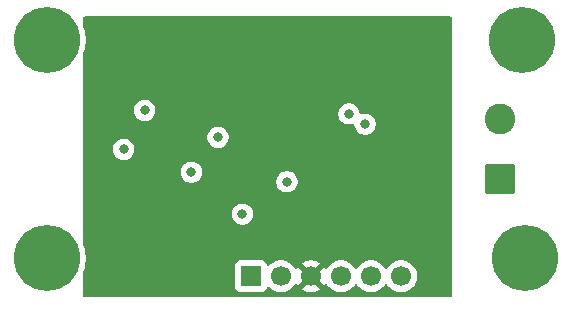
<source format=gbr>
%TF.GenerationSoftware,KiCad,Pcbnew,9.0.3*%
%TF.CreationDate,2025-10-25T21:42:42-05:00*%
%TF.ProjectId,VoltmeterFrontEnd,566f6c74-6d65-4746-9572-46726f6e7445,rev?*%
%TF.SameCoordinates,Original*%
%TF.FileFunction,Copper,L4,Bot*%
%TF.FilePolarity,Positive*%
%FSLAX46Y46*%
G04 Gerber Fmt 4.6, Leading zero omitted, Abs format (unit mm)*
G04 Created by KiCad (PCBNEW 9.0.3) date 2025-10-25 21:42:42*
%MOMM*%
%LPD*%
G01*
G04 APERTURE LIST*
G04 Aperture macros list*
%AMRoundRect*
0 Rectangle with rounded corners*
0 $1 Rounding radius*
0 $2 $3 $4 $5 $6 $7 $8 $9 X,Y pos of 4 corners*
0 Add a 4 corners polygon primitive as box body*
4,1,4,$2,$3,$4,$5,$6,$7,$8,$9,$2,$3,0*
0 Add four circle primitives for the rounded corners*
1,1,$1+$1,$2,$3*
1,1,$1+$1,$4,$5*
1,1,$1+$1,$6,$7*
1,1,$1+$1,$8,$9*
0 Add four rect primitives between the rounded corners*
20,1,$1+$1,$2,$3,$4,$5,0*
20,1,$1+$1,$4,$5,$6,$7,0*
20,1,$1+$1,$6,$7,$8,$9,0*
20,1,$1+$1,$8,$9,$2,$3,0*%
G04 Aperture macros list end*
%TA.AperFunction,ComponentPad*%
%ADD10C,2.600000*%
%TD*%
%TA.AperFunction,ComponentPad*%
%ADD11RoundRect,0.250000X1.050000X-1.050000X1.050000X1.050000X-1.050000X1.050000X-1.050000X-1.050000X0*%
%TD*%
%TA.AperFunction,ComponentPad*%
%ADD12C,3.600000*%
%TD*%
%TA.AperFunction,ConnectorPad*%
%ADD13C,5.600000*%
%TD*%
%TA.AperFunction,ComponentPad*%
%ADD14R,1.700000X1.700000*%
%TD*%
%TA.AperFunction,ComponentPad*%
%ADD15C,1.700000*%
%TD*%
%TA.AperFunction,ViaPad*%
%ADD16C,0.800000*%
%TD*%
G04 APERTURE END LIST*
D10*
%TO.P,J15,2,Pin_2*%
%TO.N,V_Input_Float*%
X132417500Y-72217000D03*
D11*
%TO.P,J15,1,Pin_1*%
%TO.N,V_Input_REF*%
X132417500Y-77297000D03*
%TD*%
D12*
%TO.P,H4,1*%
%TO.N,N/C*%
X94000000Y-84000000D03*
D13*
X94000000Y-84000000D03*
%TD*%
D12*
%TO.P,H3,1*%
%TO.N,N/C*%
X134500000Y-84000000D03*
D13*
X134500000Y-84000000D03*
%TD*%
D12*
%TO.P,H2,1*%
%TO.N,N/C*%
X134250000Y-65500000D03*
D13*
X134250000Y-65500000D03*
%TD*%
D12*
%TO.P,H1,1*%
%TO.N,N/C*%
X94000000Y-65500000D03*
D13*
X94000000Y-65500000D03*
%TD*%
D14*
%TO.P,J1,1,Pin_1*%
%TO.N,+9V*%
X111296000Y-85502000D03*
D15*
%TO.P,J1,2,Pin_2*%
%TO.N,VDD*%
X113836000Y-85502000D03*
%TO.P,J1,3,Pin_3*%
%TO.N,GND*%
X116376000Y-85502000D03*
%TO.P,J1,4,Pin_4*%
%TO.N,MOSFET_Ctrl*%
X118916000Y-85502000D03*
%TO.P,J1,5,Pin_5*%
%TO.N,/V Ref to ADS-0*%
X121456000Y-85502000D03*
%TO.P,J1,6,Pin_6*%
%TO.N,/ADC-1*%
X123996000Y-85502000D03*
%TD*%
D16*
%TO.N,GND*%
X106750000Y-66000000D03*
X123086000Y-68002000D03*
X109000000Y-71500000D03*
X99746000Y-76532000D03*
X113481500Y-74002000D03*
%TO.N,+9V*%
X108500000Y-73750000D03*
%TO.N,MOSFET_Ctrl*%
X100508000Y-74754000D03*
X110571000Y-80252000D03*
%TO.N,VDD*%
X119586000Y-71752000D03*
X102286000Y-71452000D03*
X114336000Y-77502000D03*
X106244313Y-76697843D03*
%TO.N,/ADC-1*%
X120961000Y-72627000D03*
%TD*%
%TA.AperFunction,Conductor*%
%TO.N,GND*%
G36*
X128243039Y-63521685D02*
G01*
X128288794Y-63574489D01*
X128300000Y-63626000D01*
X128300000Y-87128000D01*
X128280315Y-87195039D01*
X128227511Y-87240794D01*
X128176000Y-87252000D01*
X97218000Y-87252000D01*
X97150961Y-87232315D01*
X97105206Y-87179511D01*
X97094000Y-87128000D01*
X97094000Y-85179710D01*
X97103439Y-85132256D01*
X97111314Y-85113246D01*
X97205449Y-84802923D01*
X97205451Y-84802913D01*
X97205454Y-84802902D01*
X97244991Y-84604135D01*
X109945500Y-84604135D01*
X109945500Y-86399870D01*
X109945501Y-86399876D01*
X109951908Y-86459483D01*
X110002202Y-86594328D01*
X110002206Y-86594335D01*
X110088452Y-86709544D01*
X110088455Y-86709547D01*
X110203664Y-86795793D01*
X110203671Y-86795797D01*
X110338517Y-86846091D01*
X110338516Y-86846091D01*
X110345444Y-86846835D01*
X110398127Y-86852500D01*
X112193872Y-86852499D01*
X112253483Y-86846091D01*
X112388331Y-86795796D01*
X112503546Y-86709546D01*
X112589796Y-86594331D01*
X112638810Y-86462916D01*
X112680681Y-86406984D01*
X112746145Y-86382566D01*
X112814418Y-86397417D01*
X112842673Y-86418569D01*
X112956213Y-86532109D01*
X113128179Y-86657048D01*
X113128181Y-86657049D01*
X113128184Y-86657051D01*
X113317588Y-86753557D01*
X113519757Y-86819246D01*
X113729713Y-86852500D01*
X113729714Y-86852500D01*
X113942286Y-86852500D01*
X113942287Y-86852500D01*
X114152243Y-86819246D01*
X114354412Y-86753557D01*
X114543816Y-86657051D01*
X114630138Y-86594335D01*
X114715786Y-86532109D01*
X114715788Y-86532106D01*
X114715792Y-86532104D01*
X114866104Y-86381792D01*
X114866106Y-86381788D01*
X114866109Y-86381786D01*
X114951890Y-86263717D01*
X114991051Y-86209816D01*
X114995793Y-86200508D01*
X115043763Y-86149711D01*
X115111583Y-86132911D01*
X115177719Y-86155445D01*
X115216763Y-86200500D01*
X115221373Y-86209547D01*
X115260728Y-86263716D01*
X115893037Y-85631408D01*
X115910075Y-85694993D01*
X115975901Y-85809007D01*
X116068993Y-85902099D01*
X116183007Y-85967925D01*
X116246590Y-85984962D01*
X115614282Y-86617269D01*
X115614282Y-86617270D01*
X115668449Y-86656624D01*
X115857782Y-86753095D01*
X116059870Y-86818757D01*
X116269754Y-86852000D01*
X116482246Y-86852000D01*
X116692127Y-86818757D01*
X116692130Y-86818757D01*
X116894217Y-86753095D01*
X117083554Y-86656622D01*
X117137716Y-86617270D01*
X117137717Y-86617270D01*
X116505408Y-85984962D01*
X116568993Y-85967925D01*
X116683007Y-85902099D01*
X116776099Y-85809007D01*
X116841925Y-85694993D01*
X116858962Y-85631409D01*
X117491270Y-86263717D01*
X117491270Y-86263716D01*
X117530622Y-86209555D01*
X117535232Y-86200507D01*
X117583205Y-86149709D01*
X117651025Y-86132912D01*
X117717161Y-86155447D01*
X117756204Y-86200504D01*
X117760949Y-86209817D01*
X117885890Y-86381786D01*
X118036213Y-86532109D01*
X118208179Y-86657048D01*
X118208181Y-86657049D01*
X118208184Y-86657051D01*
X118397588Y-86753557D01*
X118599757Y-86819246D01*
X118809713Y-86852500D01*
X118809714Y-86852500D01*
X119022286Y-86852500D01*
X119022287Y-86852500D01*
X119232243Y-86819246D01*
X119434412Y-86753557D01*
X119623816Y-86657051D01*
X119710138Y-86594335D01*
X119795786Y-86532109D01*
X119795788Y-86532106D01*
X119795792Y-86532104D01*
X119946104Y-86381792D01*
X119946106Y-86381788D01*
X119946109Y-86381786D01*
X120071048Y-86209820D01*
X120071047Y-86209820D01*
X120071051Y-86209816D01*
X120075514Y-86201054D01*
X120123488Y-86150259D01*
X120191308Y-86133463D01*
X120257444Y-86155999D01*
X120296486Y-86201056D01*
X120300951Y-86209820D01*
X120425890Y-86381786D01*
X120576213Y-86532109D01*
X120748179Y-86657048D01*
X120748181Y-86657049D01*
X120748184Y-86657051D01*
X120937588Y-86753557D01*
X121139757Y-86819246D01*
X121349713Y-86852500D01*
X121349714Y-86852500D01*
X121562286Y-86852500D01*
X121562287Y-86852500D01*
X121772243Y-86819246D01*
X121974412Y-86753557D01*
X122163816Y-86657051D01*
X122250138Y-86594335D01*
X122335786Y-86532109D01*
X122335788Y-86532106D01*
X122335792Y-86532104D01*
X122486104Y-86381792D01*
X122486106Y-86381788D01*
X122486109Y-86381786D01*
X122611048Y-86209820D01*
X122611047Y-86209820D01*
X122611051Y-86209816D01*
X122615514Y-86201054D01*
X122663488Y-86150259D01*
X122731308Y-86133463D01*
X122797444Y-86155999D01*
X122836486Y-86201056D01*
X122840951Y-86209820D01*
X122965890Y-86381786D01*
X123116213Y-86532109D01*
X123288179Y-86657048D01*
X123288181Y-86657049D01*
X123288184Y-86657051D01*
X123477588Y-86753557D01*
X123679757Y-86819246D01*
X123889713Y-86852500D01*
X123889714Y-86852500D01*
X124102286Y-86852500D01*
X124102287Y-86852500D01*
X124312243Y-86819246D01*
X124514412Y-86753557D01*
X124703816Y-86657051D01*
X124790138Y-86594335D01*
X124875786Y-86532109D01*
X124875788Y-86532106D01*
X124875792Y-86532104D01*
X125026104Y-86381792D01*
X125026106Y-86381788D01*
X125026109Y-86381786D01*
X125151048Y-86209820D01*
X125151047Y-86209820D01*
X125151051Y-86209816D01*
X125247557Y-86020412D01*
X125313246Y-85818243D01*
X125346500Y-85608287D01*
X125346500Y-85395713D01*
X125313246Y-85185757D01*
X125247557Y-84983588D01*
X125151051Y-84794184D01*
X125151049Y-84794181D01*
X125151048Y-84794179D01*
X125026109Y-84622213D01*
X124875786Y-84471890D01*
X124703820Y-84346951D01*
X124514414Y-84250444D01*
X124514413Y-84250443D01*
X124514412Y-84250443D01*
X124312243Y-84184754D01*
X124312241Y-84184753D01*
X124312240Y-84184753D01*
X124150957Y-84159208D01*
X124102287Y-84151500D01*
X123889713Y-84151500D01*
X123841042Y-84159208D01*
X123679760Y-84184753D01*
X123477585Y-84250444D01*
X123288179Y-84346951D01*
X123116213Y-84471890D01*
X122965890Y-84622213D01*
X122840949Y-84794182D01*
X122836484Y-84802946D01*
X122788509Y-84853742D01*
X122720688Y-84870536D01*
X122654553Y-84847998D01*
X122615516Y-84802946D01*
X122611050Y-84794182D01*
X122486109Y-84622213D01*
X122335786Y-84471890D01*
X122163820Y-84346951D01*
X121974414Y-84250444D01*
X121974413Y-84250443D01*
X121974412Y-84250443D01*
X121772243Y-84184754D01*
X121772241Y-84184753D01*
X121772240Y-84184753D01*
X121610957Y-84159208D01*
X121562287Y-84151500D01*
X121349713Y-84151500D01*
X121301042Y-84159208D01*
X121139760Y-84184753D01*
X120937585Y-84250444D01*
X120748179Y-84346951D01*
X120576213Y-84471890D01*
X120425890Y-84622213D01*
X120300949Y-84794182D01*
X120296484Y-84802946D01*
X120248509Y-84853742D01*
X120180688Y-84870536D01*
X120114553Y-84847998D01*
X120075516Y-84802946D01*
X120071050Y-84794182D01*
X119946109Y-84622213D01*
X119795786Y-84471890D01*
X119623820Y-84346951D01*
X119434414Y-84250444D01*
X119434413Y-84250443D01*
X119434412Y-84250443D01*
X119232243Y-84184754D01*
X119232241Y-84184753D01*
X119232240Y-84184753D01*
X119070957Y-84159208D01*
X119022287Y-84151500D01*
X118809713Y-84151500D01*
X118761042Y-84159208D01*
X118599760Y-84184753D01*
X118397585Y-84250444D01*
X118208179Y-84346951D01*
X118036213Y-84471890D01*
X117885890Y-84622213D01*
X117760949Y-84794182D01*
X117756202Y-84803499D01*
X117708227Y-84854293D01*
X117640405Y-84871087D01*
X117574271Y-84848548D01*
X117535234Y-84803495D01*
X117530626Y-84794452D01*
X117491270Y-84740282D01*
X117491269Y-84740282D01*
X116858962Y-85372590D01*
X116841925Y-85309007D01*
X116776099Y-85194993D01*
X116683007Y-85101901D01*
X116568993Y-85036075D01*
X116505409Y-85019037D01*
X117137716Y-84386728D01*
X117083550Y-84347375D01*
X116894217Y-84250904D01*
X116692129Y-84185242D01*
X116482246Y-84152000D01*
X116269754Y-84152000D01*
X116059872Y-84185242D01*
X116059869Y-84185242D01*
X115857782Y-84250904D01*
X115668439Y-84347380D01*
X115614282Y-84386727D01*
X115614282Y-84386728D01*
X116246591Y-85019037D01*
X116183007Y-85036075D01*
X116068993Y-85101901D01*
X115975901Y-85194993D01*
X115910075Y-85309007D01*
X115893037Y-85372591D01*
X115260728Y-84740282D01*
X115260727Y-84740282D01*
X115221380Y-84794440D01*
X115221376Y-84794446D01*
X115216760Y-84803505D01*
X115168781Y-84854297D01*
X115100959Y-84871087D01*
X115034826Y-84848543D01*
X114995794Y-84803493D01*
X114991051Y-84794184D01*
X114991049Y-84794181D01*
X114991048Y-84794179D01*
X114866109Y-84622213D01*
X114715786Y-84471890D01*
X114543820Y-84346951D01*
X114354414Y-84250444D01*
X114354413Y-84250443D01*
X114354412Y-84250443D01*
X114152243Y-84184754D01*
X114152241Y-84184753D01*
X114152240Y-84184753D01*
X113990957Y-84159208D01*
X113942287Y-84151500D01*
X113729713Y-84151500D01*
X113681042Y-84159208D01*
X113519760Y-84184753D01*
X113317585Y-84250444D01*
X113128179Y-84346951D01*
X112956215Y-84471889D01*
X112842673Y-84585431D01*
X112781350Y-84618915D01*
X112711658Y-84613931D01*
X112655725Y-84572059D01*
X112638810Y-84541082D01*
X112589797Y-84409671D01*
X112589793Y-84409664D01*
X112503547Y-84294455D01*
X112503544Y-84294452D01*
X112388335Y-84208206D01*
X112388328Y-84208202D01*
X112253482Y-84157908D01*
X112253483Y-84157908D01*
X112193883Y-84151501D01*
X112193881Y-84151500D01*
X112193873Y-84151500D01*
X112193864Y-84151500D01*
X110398129Y-84151500D01*
X110398123Y-84151501D01*
X110338516Y-84157908D01*
X110203671Y-84208202D01*
X110203664Y-84208206D01*
X110088455Y-84294452D01*
X110088452Y-84294455D01*
X110002206Y-84409664D01*
X110002202Y-84409671D01*
X109951908Y-84544517D01*
X109945501Y-84604116D01*
X109945500Y-84604135D01*
X97244991Y-84604135D01*
X97250465Y-84576615D01*
X97258188Y-84537784D01*
X97268714Y-84484868D01*
X97300500Y-84162143D01*
X97300500Y-83837857D01*
X97268714Y-83515132D01*
X97245122Y-83396528D01*
X97205454Y-83197097D01*
X97205451Y-83197086D01*
X97205450Y-83197083D01*
X97205449Y-83197077D01*
X97111314Y-82886754D01*
X97103439Y-82867741D01*
X97094000Y-82820289D01*
X97094000Y-80163304D01*
X109670500Y-80163304D01*
X109670500Y-80340695D01*
X109705103Y-80514658D01*
X109705106Y-80514667D01*
X109772983Y-80678540D01*
X109772990Y-80678553D01*
X109871535Y-80826034D01*
X109871538Y-80826038D01*
X109996961Y-80951461D01*
X109996965Y-80951464D01*
X110144446Y-81050009D01*
X110144459Y-81050016D01*
X110267363Y-81100923D01*
X110308334Y-81117894D01*
X110308336Y-81117894D01*
X110308341Y-81117896D01*
X110482304Y-81152499D01*
X110482307Y-81152500D01*
X110482309Y-81152500D01*
X110659693Y-81152500D01*
X110659694Y-81152499D01*
X110717682Y-81140964D01*
X110833658Y-81117896D01*
X110833661Y-81117894D01*
X110833666Y-81117894D01*
X110997547Y-81050013D01*
X111145035Y-80951464D01*
X111270464Y-80826035D01*
X111369013Y-80678547D01*
X111436894Y-80514666D01*
X111471500Y-80340691D01*
X111471500Y-80163309D01*
X111471500Y-80163306D01*
X111471499Y-80163304D01*
X111436896Y-79989341D01*
X111436893Y-79989332D01*
X111369016Y-79825459D01*
X111369009Y-79825446D01*
X111270464Y-79677965D01*
X111270461Y-79677961D01*
X111145038Y-79552538D01*
X111145034Y-79552535D01*
X110997553Y-79453990D01*
X110997540Y-79453983D01*
X110833667Y-79386106D01*
X110833658Y-79386103D01*
X110659694Y-79351500D01*
X110659691Y-79351500D01*
X110482309Y-79351500D01*
X110482306Y-79351500D01*
X110308341Y-79386103D01*
X110308332Y-79386106D01*
X110144459Y-79453983D01*
X110144446Y-79453990D01*
X109996965Y-79552535D01*
X109996961Y-79552538D01*
X109871538Y-79677961D01*
X109871535Y-79677965D01*
X109772990Y-79825446D01*
X109772983Y-79825459D01*
X109705106Y-79989332D01*
X109705103Y-79989341D01*
X109670500Y-80163304D01*
X97094000Y-80163304D01*
X97094000Y-76609147D01*
X105343813Y-76609147D01*
X105343813Y-76786538D01*
X105378416Y-76960501D01*
X105378419Y-76960510D01*
X105446296Y-77124383D01*
X105446303Y-77124396D01*
X105544848Y-77271877D01*
X105544851Y-77271881D01*
X105670274Y-77397304D01*
X105670278Y-77397307D01*
X105817759Y-77495852D01*
X105817772Y-77495859D01*
X105940676Y-77546766D01*
X105981647Y-77563737D01*
X105981649Y-77563737D01*
X105981654Y-77563739D01*
X106155617Y-77598342D01*
X106155620Y-77598343D01*
X106155622Y-77598343D01*
X106333006Y-77598343D01*
X106333007Y-77598342D01*
X106390995Y-77586807D01*
X106506971Y-77563739D01*
X106506974Y-77563737D01*
X106506979Y-77563737D01*
X106670860Y-77495856D01*
X106794407Y-77413304D01*
X113435500Y-77413304D01*
X113435500Y-77590695D01*
X113470103Y-77764658D01*
X113470106Y-77764667D01*
X113537983Y-77928540D01*
X113537990Y-77928553D01*
X113636535Y-78076034D01*
X113636538Y-78076038D01*
X113761961Y-78201461D01*
X113761965Y-78201464D01*
X113909446Y-78300009D01*
X113909459Y-78300016D01*
X114032363Y-78350923D01*
X114073334Y-78367894D01*
X114073336Y-78367894D01*
X114073341Y-78367896D01*
X114247304Y-78402499D01*
X114247307Y-78402500D01*
X114247309Y-78402500D01*
X114424693Y-78402500D01*
X114424694Y-78402499D01*
X114482682Y-78390964D01*
X114598658Y-78367896D01*
X114598661Y-78367894D01*
X114598666Y-78367894D01*
X114762547Y-78300013D01*
X114910035Y-78201464D01*
X115035464Y-78076035D01*
X115134013Y-77928547D01*
X115201894Y-77764666D01*
X115236500Y-77590691D01*
X115236500Y-77413309D01*
X115236500Y-77413306D01*
X115236499Y-77413304D01*
X115201896Y-77239341D01*
X115201893Y-77239332D01*
X115134016Y-77075459D01*
X115134009Y-77075446D01*
X115035464Y-76927965D01*
X115035461Y-76927961D01*
X114910038Y-76802538D01*
X114910034Y-76802535D01*
X114762553Y-76703990D01*
X114762540Y-76703983D01*
X114598667Y-76636106D01*
X114598658Y-76636103D01*
X114424694Y-76601500D01*
X114424691Y-76601500D01*
X114247309Y-76601500D01*
X114247306Y-76601500D01*
X114073341Y-76636103D01*
X114073332Y-76636106D01*
X113909459Y-76703983D01*
X113909446Y-76703990D01*
X113761965Y-76802535D01*
X113761961Y-76802538D01*
X113636538Y-76927961D01*
X113636535Y-76927965D01*
X113537990Y-77075446D01*
X113537983Y-77075459D01*
X113470106Y-77239332D01*
X113470103Y-77239341D01*
X113435500Y-77413304D01*
X106794407Y-77413304D01*
X106818348Y-77397307D01*
X106818351Y-77397304D01*
X106896120Y-77319536D01*
X106943774Y-77271881D01*
X106943777Y-77271878D01*
X107042326Y-77124390D01*
X107110207Y-76960509D01*
X107116681Y-76927965D01*
X107133277Y-76844525D01*
X107144813Y-76786534D01*
X107144813Y-76609152D01*
X107144813Y-76609149D01*
X107144812Y-76609147D01*
X107110209Y-76435184D01*
X107110206Y-76435175D01*
X107042329Y-76271302D01*
X107042322Y-76271289D01*
X106943777Y-76123808D01*
X106943774Y-76123804D01*
X106818351Y-75998381D01*
X106818347Y-75998378D01*
X106670866Y-75899833D01*
X106670853Y-75899826D01*
X106506980Y-75831949D01*
X106506971Y-75831946D01*
X106333007Y-75797343D01*
X106333004Y-75797343D01*
X106155622Y-75797343D01*
X106155619Y-75797343D01*
X105981654Y-75831946D01*
X105981645Y-75831949D01*
X105817772Y-75899826D01*
X105817759Y-75899833D01*
X105670278Y-75998378D01*
X105670274Y-75998381D01*
X105544851Y-76123804D01*
X105544848Y-76123808D01*
X105446303Y-76271289D01*
X105446296Y-76271302D01*
X105378419Y-76435175D01*
X105378416Y-76435184D01*
X105343813Y-76609147D01*
X97094000Y-76609147D01*
X97094000Y-74665304D01*
X99607500Y-74665304D01*
X99607500Y-74842695D01*
X99642103Y-75016658D01*
X99642106Y-75016667D01*
X99709983Y-75180540D01*
X99709990Y-75180553D01*
X99808535Y-75328034D01*
X99808538Y-75328038D01*
X99933961Y-75453461D01*
X99933965Y-75453464D01*
X100081446Y-75552009D01*
X100081459Y-75552016D01*
X100204363Y-75602923D01*
X100245334Y-75619894D01*
X100245336Y-75619894D01*
X100245341Y-75619896D01*
X100419304Y-75654499D01*
X100419307Y-75654500D01*
X100419309Y-75654500D01*
X100596693Y-75654500D01*
X100596694Y-75654499D01*
X100654682Y-75642964D01*
X100770658Y-75619896D01*
X100770661Y-75619894D01*
X100770666Y-75619894D01*
X100934547Y-75552013D01*
X101082035Y-75453464D01*
X101207464Y-75328035D01*
X101306013Y-75180547D01*
X101373894Y-75016666D01*
X101408500Y-74842691D01*
X101408500Y-74665309D01*
X101408500Y-74665306D01*
X101408499Y-74665304D01*
X101373896Y-74491341D01*
X101373893Y-74491332D01*
X101306016Y-74327459D01*
X101306009Y-74327446D01*
X101207464Y-74179965D01*
X101207461Y-74179961D01*
X101082038Y-74054538D01*
X101082034Y-74054535D01*
X100934553Y-73955990D01*
X100934540Y-73955983D01*
X100770667Y-73888106D01*
X100770658Y-73888103D01*
X100596694Y-73853500D01*
X100596691Y-73853500D01*
X100419309Y-73853500D01*
X100419306Y-73853500D01*
X100245341Y-73888103D01*
X100245332Y-73888106D01*
X100081459Y-73955983D01*
X100081446Y-73955990D01*
X99933965Y-74054535D01*
X99933961Y-74054538D01*
X99808538Y-74179961D01*
X99808535Y-74179965D01*
X99709990Y-74327446D01*
X99709983Y-74327459D01*
X99642106Y-74491332D01*
X99642103Y-74491341D01*
X99607500Y-74665304D01*
X97094000Y-74665304D01*
X97094000Y-73661304D01*
X107599500Y-73661304D01*
X107599500Y-73838695D01*
X107634103Y-74012658D01*
X107634106Y-74012667D01*
X107701983Y-74176540D01*
X107701990Y-74176553D01*
X107800535Y-74324034D01*
X107800538Y-74324038D01*
X107925961Y-74449461D01*
X107925965Y-74449464D01*
X108073446Y-74548009D01*
X108073459Y-74548016D01*
X108196363Y-74598923D01*
X108237334Y-74615894D01*
X108237336Y-74615894D01*
X108237341Y-74615896D01*
X108411304Y-74650499D01*
X108411307Y-74650500D01*
X108411309Y-74650500D01*
X108588693Y-74650500D01*
X108588694Y-74650499D01*
X108646682Y-74638964D01*
X108762658Y-74615896D01*
X108762661Y-74615894D01*
X108762666Y-74615894D01*
X108926547Y-74548013D01*
X109074035Y-74449464D01*
X109199464Y-74324035D01*
X109298013Y-74176547D01*
X109365894Y-74012666D01*
X109400500Y-73838691D01*
X109400500Y-73661309D01*
X109400500Y-73661306D01*
X109400499Y-73661304D01*
X109365896Y-73487341D01*
X109365893Y-73487332D01*
X109298016Y-73323459D01*
X109298009Y-73323446D01*
X109199464Y-73175965D01*
X109199461Y-73175961D01*
X109074038Y-73050538D01*
X109074034Y-73050535D01*
X108926553Y-72951990D01*
X108926540Y-72951983D01*
X108762667Y-72884106D01*
X108762658Y-72884103D01*
X108588694Y-72849500D01*
X108588691Y-72849500D01*
X108411309Y-72849500D01*
X108411306Y-72849500D01*
X108237341Y-72884103D01*
X108237332Y-72884106D01*
X108073459Y-72951983D01*
X108073446Y-72951990D01*
X107925965Y-73050535D01*
X107925961Y-73050538D01*
X107800538Y-73175961D01*
X107800535Y-73175965D01*
X107701990Y-73323446D01*
X107701983Y-73323459D01*
X107634106Y-73487332D01*
X107634103Y-73487341D01*
X107599500Y-73661304D01*
X97094000Y-73661304D01*
X97094000Y-71363304D01*
X101385500Y-71363304D01*
X101385500Y-71540695D01*
X101420103Y-71714658D01*
X101420106Y-71714667D01*
X101487983Y-71878540D01*
X101487990Y-71878553D01*
X101586535Y-72026034D01*
X101586538Y-72026038D01*
X101711961Y-72151461D01*
X101711965Y-72151464D01*
X101859446Y-72250009D01*
X101859459Y-72250016D01*
X101982363Y-72300923D01*
X102023334Y-72317894D01*
X102023336Y-72317894D01*
X102023341Y-72317896D01*
X102197304Y-72352499D01*
X102197307Y-72352500D01*
X102197309Y-72352500D01*
X102374693Y-72352500D01*
X102374694Y-72352499D01*
X102432682Y-72340964D01*
X102548658Y-72317896D01*
X102548661Y-72317894D01*
X102548666Y-72317894D01*
X102712547Y-72250013D01*
X102860035Y-72151464D01*
X102985464Y-72026035D01*
X103084013Y-71878547D01*
X103151894Y-71714666D01*
X103162111Y-71663304D01*
X118685500Y-71663304D01*
X118685500Y-71840695D01*
X118720103Y-72014658D01*
X118720106Y-72014667D01*
X118787983Y-72178540D01*
X118787990Y-72178553D01*
X118886535Y-72326034D01*
X118886538Y-72326038D01*
X119011961Y-72451461D01*
X119011965Y-72451464D01*
X119159446Y-72550009D01*
X119159459Y-72550016D01*
X119264919Y-72593698D01*
X119323334Y-72617894D01*
X119323336Y-72617894D01*
X119323341Y-72617896D01*
X119497304Y-72652499D01*
X119497307Y-72652500D01*
X119497309Y-72652500D01*
X119674693Y-72652500D01*
X119674694Y-72652499D01*
X119732682Y-72640964D01*
X119848658Y-72617896D01*
X119848660Y-72617895D01*
X119848666Y-72617894D01*
X119889049Y-72601166D01*
X119958517Y-72593698D01*
X120020996Y-72624973D01*
X120056648Y-72685062D01*
X120059736Y-72709647D01*
X120059903Y-72709631D01*
X120060500Y-72715695D01*
X120095103Y-72889658D01*
X120095106Y-72889667D01*
X120162983Y-73053540D01*
X120162990Y-73053553D01*
X120261535Y-73201034D01*
X120261538Y-73201038D01*
X120386961Y-73326461D01*
X120386965Y-73326464D01*
X120534446Y-73425009D01*
X120534459Y-73425016D01*
X120657363Y-73475923D01*
X120698334Y-73492894D01*
X120698336Y-73492894D01*
X120698341Y-73492896D01*
X120872304Y-73527499D01*
X120872307Y-73527500D01*
X120872309Y-73527500D01*
X121049693Y-73527500D01*
X121049694Y-73527499D01*
X121107682Y-73515964D01*
X121223658Y-73492896D01*
X121223661Y-73492894D01*
X121223666Y-73492894D01*
X121387547Y-73425013D01*
X121535035Y-73326464D01*
X121660464Y-73201035D01*
X121759013Y-73053547D01*
X121826894Y-72889666D01*
X121861500Y-72715691D01*
X121861500Y-72538309D01*
X121861500Y-72538306D01*
X121861499Y-72538304D01*
X121826896Y-72364341D01*
X121826893Y-72364332D01*
X121759016Y-72200459D01*
X121759009Y-72200446D01*
X121660464Y-72052965D01*
X121660461Y-72052961D01*
X121535038Y-71927538D01*
X121535034Y-71927535D01*
X121387553Y-71828990D01*
X121387540Y-71828983D01*
X121223667Y-71761106D01*
X121223658Y-71761103D01*
X121049694Y-71726500D01*
X121049691Y-71726500D01*
X120872309Y-71726500D01*
X120872306Y-71726500D01*
X120698341Y-71761103D01*
X120698337Y-71761105D01*
X120698335Y-71761105D01*
X120698334Y-71761106D01*
X120658879Y-71777448D01*
X120657951Y-71777833D01*
X120588481Y-71785300D01*
X120526003Y-71754024D01*
X120490351Y-71693935D01*
X120487263Y-71669352D01*
X120487097Y-71669369D01*
X120486500Y-71663314D01*
X120486500Y-71663309D01*
X120480476Y-71633024D01*
X120451896Y-71489341D01*
X120451893Y-71489332D01*
X120384016Y-71325459D01*
X120384009Y-71325446D01*
X120285464Y-71177965D01*
X120285461Y-71177961D01*
X120160038Y-71052538D01*
X120160034Y-71052535D01*
X120012553Y-70953990D01*
X120012540Y-70953983D01*
X119848667Y-70886106D01*
X119848658Y-70886103D01*
X119674694Y-70851500D01*
X119674691Y-70851500D01*
X119497309Y-70851500D01*
X119497306Y-70851500D01*
X119323341Y-70886103D01*
X119323332Y-70886106D01*
X119159459Y-70953983D01*
X119159446Y-70953990D01*
X119011965Y-71052535D01*
X119011961Y-71052538D01*
X118886538Y-71177961D01*
X118886535Y-71177965D01*
X118787990Y-71325446D01*
X118787983Y-71325459D01*
X118720106Y-71489332D01*
X118720103Y-71489341D01*
X118685500Y-71663304D01*
X103162111Y-71663304D01*
X103186500Y-71540691D01*
X103186500Y-71363309D01*
X103186500Y-71363306D01*
X103186499Y-71363304D01*
X103151896Y-71189341D01*
X103151893Y-71189332D01*
X103084016Y-71025459D01*
X103084009Y-71025446D01*
X102985464Y-70877965D01*
X102985461Y-70877961D01*
X102860038Y-70752538D01*
X102860034Y-70752535D01*
X102712553Y-70653990D01*
X102712540Y-70653983D01*
X102548667Y-70586106D01*
X102548658Y-70586103D01*
X102374694Y-70551500D01*
X102374691Y-70551500D01*
X102197309Y-70551500D01*
X102197306Y-70551500D01*
X102023341Y-70586103D01*
X102023332Y-70586106D01*
X101859459Y-70653983D01*
X101859446Y-70653990D01*
X101711965Y-70752535D01*
X101711961Y-70752538D01*
X101586538Y-70877961D01*
X101586535Y-70877965D01*
X101487990Y-71025446D01*
X101487983Y-71025459D01*
X101420106Y-71189332D01*
X101420103Y-71189341D01*
X101385500Y-71363304D01*
X97094000Y-71363304D01*
X97094000Y-66679710D01*
X97103439Y-66632256D01*
X97111314Y-66613246D01*
X97205449Y-66302923D01*
X97205451Y-66302913D01*
X97205454Y-66302902D01*
X97237399Y-66142295D01*
X97268714Y-65984868D01*
X97300500Y-65662143D01*
X97300500Y-65337857D01*
X97268714Y-65015132D01*
X97245122Y-64896528D01*
X97205454Y-64697097D01*
X97205451Y-64697086D01*
X97205450Y-64697083D01*
X97205449Y-64697077D01*
X97111314Y-64386754D01*
X97103439Y-64367741D01*
X97094000Y-64320289D01*
X97094000Y-63626000D01*
X97113685Y-63558961D01*
X97166489Y-63513206D01*
X97218000Y-63502000D01*
X128176000Y-63502000D01*
X128243039Y-63521685D01*
G37*
%TD.AperFunction*%
%TD*%
M02*

</source>
